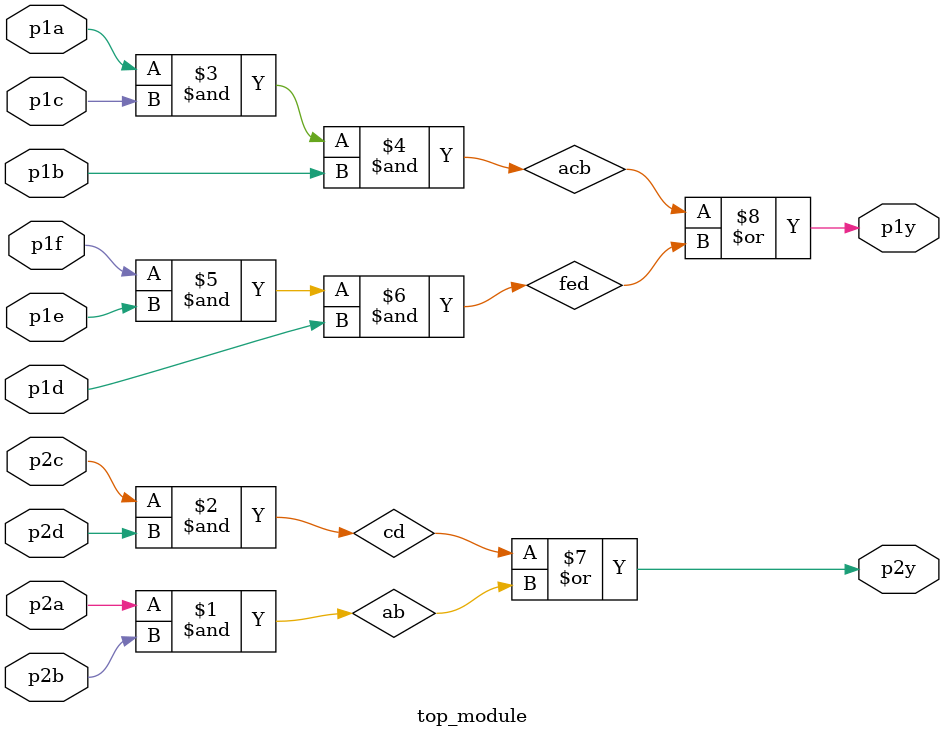
<source format=v>
module top_module(
    input p1a,p2a,p2b,p2c,
          p2d,p1c,p1b,p1f,
          p1e,p1d,
    output p2y,p1y);

wire ab,cd,acb,fed;

assign ab=p2a&p2b;
assign cd=p2c&p2d;
assign acb=p1a&p1c&p1b;
assign fed=p1f&p1e&p1d;

assign p2y=cd|ab;
assign p1y=acb|fed;

endmodule

</source>
